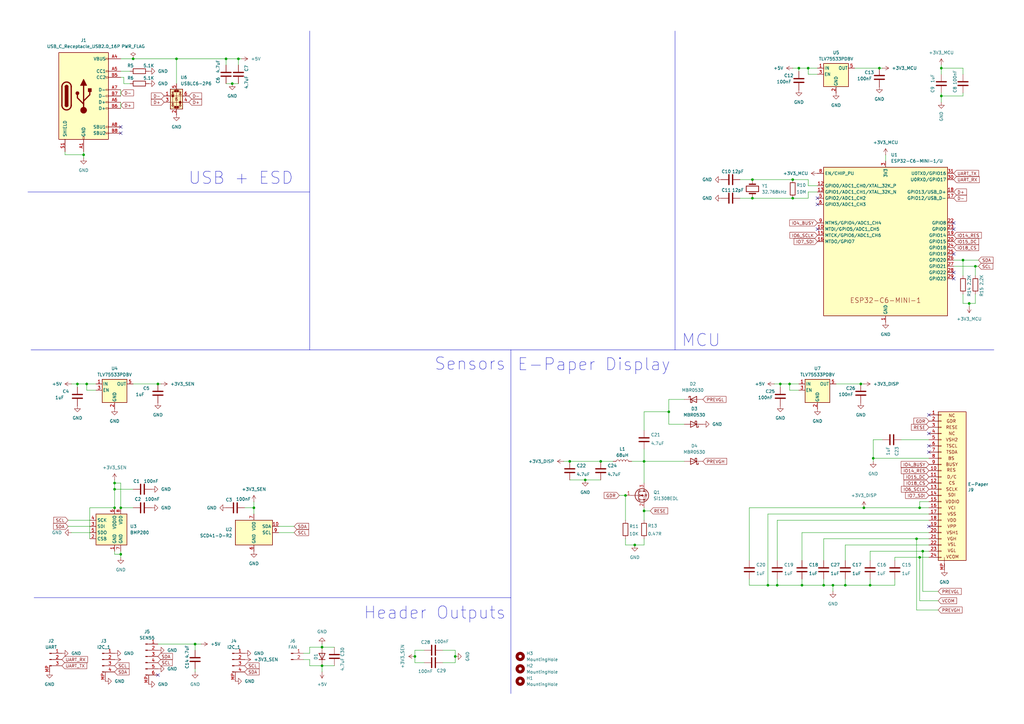
<source format=kicad_sch>
(kicad_sch (version 20231120) (generator "eeschema") (generator_version "8.0")
  (paper "A3")
  (title_block (title "AHAQ-1 - AstroHex Air Quality") (date "2024-12-28") (rev "v1.0"))
  (junction (at 46.99 208.28))
  (junction (at 354.33 208.28))
  (junction (at 256.54 203.2))
  (junction (at 186.69 269.24))
  (junction (at 400.05 109.22))
  (junction (at 331.47 27.94))
  (junction (at 246.38 189.23))
  (junction (at 375.92 220.98))
  (junction (at 72.39 24.13))
  (junction (at 132.08 265.43))
  (junction (at 49.53 208.28))
  (junction (at 233.68 189.23))
  (junction (at 377.19 208.28))
  (junction (at 386.08 39.37))
  (junction (at 325.12 73.66))
  (junction (at 328.93 240.03))
  (junction (at 353.06 157.48))
  (junction (at 92.71 24.13))
  (junction (at 260.35 223.52))
  (junction (at 31.75 157.48))
  (junction (at 104.14 208.28))
  (junction (at 46.99 198.12))
  (junction (at 274.32 168.91))
  (junction (at 394.97 106.68))
  (junction (at 314.96 240.03))
  (junction (at 323.85 157.48))
  (junction (at 320.04 157.48))
  (junction (at 46.99 200.66))
  (junction (at 264.16 209.55))
  (junction (at 264.16 189.23))
  (junction (at 97.79 24.13))
  (junction (at 170.18 269.24))
  (junction (at 346.71 240.03))
  (junction (at 325.12 81.28))
  (junction (at 308.61 73.66))
  (junction (at 356.87 240.03))
  (junction (at 386.08 27.94))
  (junction (at 34.29 63.5))
  (junction (at 80.01 264.16))
  (junction (at 378.46 226.06))
  (junction (at 308.61 81.28))
  (junction (at 337.82 240.03))
  (junction (at 95.25 34.29))
  (junction (at 240.03 196.85))
  (junction (at 35.56 157.48))
  (junction (at 132.08 273.05))
  (junction (at 49.53 227.33))
  (junction (at 327.66 27.94))
  (junction (at 318.77 240.03))
  (junction (at 341.63 240.03))
  (junction (at 397.51 124.46))
  (junction (at 377.19 228.6))
  (junction (at 54.61 24.13))
  (junction (at 64.77 157.48))
  (junction (at 358.14 187.96))
  (junction (at 360.68 27.94))
  (no_connect (at 391.16 104.14))
  (no_connect (at 335.28 81.28))
  (no_connect (at 391.16 93.98))
  (no_connect (at 381 177.8))
  (no_connect (at 381 182.88))
  (no_connect (at 64.77 276.86))
  (no_connect (at 49.53 52.07))
  (no_connect (at 381 185.42))
  (no_connect (at 391.16 114.3))
  (no_connect (at 335.28 93.98))
  (no_connect (at 391.16 111.76))
  (no_connect (at 335.28 83.82))
  (no_connect (at 391.16 91.44))
  (no_connect (at 381 215.9))
  (no_connect (at 381 170.18))
  (no_connect (at 49.53 54.61))
  (wire (pts (xy 394.97 124.46) (xy 397.51 124.46)))
  (polyline (pts (xy 276.86 12.7) (xy 276.86 143.51)))
  (wire (pts (xy 26.67 62.23) (xy 26.67 63.5)))
  (wire (pts (xy 49.53 198.12) (xy 49.53 208.28)))
  (wire (pts (xy 233.68 196.85) (xy 240.03 196.85)))
  (wire (pts (xy 350.52 27.94) (xy 360.68 27.94)))
  (wire (pts (xy 335.28 30.48) (xy 331.47 30.48)))
  (wire (pts (xy 46.99 198.12) (xy 49.53 198.12)))
  (wire (pts (xy 231.14 189.23) (xy 233.68 189.23)))
  (wire (pts (xy 92.71 24.13) (xy 92.71 26.67)))
  (polyline (pts (xy 11.43 78.74) (xy 127 78.74)))
  (wire (pts (xy 356.87 226.06) (xy 356.87 229.87)))
  (wire (pts (xy 384.81 250.19) (xy 375.92 250.19)))
  (wire (pts (xy 264.16 168.91) (xy 274.32 168.91)))
  (wire (pts (xy 46.99 200.66) (xy 46.99 208.28)))
  (wire (pts (xy 328.93 237.49) (xy 328.93 240.03)))
  (wire (pts (xy 127 267.97) (xy 127 265.43)))
  (wire (pts (xy 54.61 24.13) (xy 72.39 24.13)))
  (wire (pts (xy 280.67 189.23) (xy 264.16 189.23)))
  (wire (pts (xy 327.66 160.02) (xy 323.85 160.02)))
  (wire (pts (xy 317.5 157.48) (xy 320.04 157.48)))
  (polyline (pts (xy 127 12.7) (xy 127 78.74)))
  (wire (pts (xy 80.01 264.16) (xy 82.55 264.16)))
  (wire (pts (xy 132.08 273.05) (xy 132.08 275.59)))
  (wire (pts (xy 80.01 264.16) (xy 64.77 264.16)))
  (wire (pts (xy 394.97 106.68) (xy 394.97 113.03)))
  (wire (pts (xy 323.85 160.02) (xy 323.85 157.48)))
  (wire (pts (xy 274.32 163.83) (xy 274.32 168.91)))
  (wire (pts (xy 337.82 220.98) (xy 375.92 220.98)))
  (wire (pts (xy 327.66 29.21) (xy 327.66 27.94)))
  (wire (pts (xy 264.16 209.55) (xy 264.16 213.36)))
  (wire (pts (xy 328.93 218.44) (xy 328.93 229.87)))
  (wire (pts (xy 377.19 228.6) (xy 381 228.6)))
  (wire (pts (xy 381 187.96) (xy 358.14 187.96)))
  (wire (pts (xy 386.08 26.67) (xy 386.08 27.94)))
  (wire (pts (xy 337.82 237.49) (xy 337.82 240.03)))
  (wire (pts (xy 254 203.2) (xy 256.54 203.2)))
  (wire (pts (xy 381 205.74) (xy 377.19 205.74)))
  (wire (pts (xy 246.38 189.23) (xy 251.46 189.23)))
  (wire (pts (xy 314.96 240.03) (xy 318.77 240.03)))
  (wire (pts (xy 280.67 163.83) (xy 274.32 163.83)))
  (wire (pts (xy 378.46 226.06) (xy 356.87 226.06)))
  (wire (pts (xy 318.77 240.03) (xy 328.93 240.03)))
  (wire (pts (xy 331.47 73.66) (xy 331.47 76.2)))
  (wire (pts (xy 331.47 27.94) (xy 335.28 27.94)))
  (wire (pts (xy 346.71 223.52) (xy 346.71 229.87)))
  (wire (pts (xy 314.96 210.82) (xy 314.96 240.03)))
  (polyline (pts (xy 12.7 143.51) (xy 209.55 143.51)))
  (wire (pts (xy 127 270.51) (xy 127 273.05)))
  (wire (pts (xy 186.69 269.24) (xy 186.69 266.7)))
  (wire (pts (xy 307.34 240.03) (xy 314.96 240.03)))
  (wire (pts (xy 124.46 267.97) (xy 127 267.97)))
  (wire (pts (xy 72.39 24.13) (xy 92.71 24.13)))
  (wire (pts (xy 381 208.28) (xy 377.19 208.28)))
  (wire (pts (xy 325.12 27.94) (xy 327.66 27.94)))
  (wire (pts (xy 92.71 34.29) (xy 95.25 34.29)))
  (wire (pts (xy 256.54 220.98) (xy 256.54 223.52)))
  (wire (pts (xy 46.99 227.33) (xy 49.53 227.33)))
  (wire (pts (xy 132.08 265.43) (xy 137.16 265.43)))
  (wire (pts (xy 173.99 266.7) (xy 170.18 266.7)))
  (wire (pts (xy 386.08 41.91) (xy 386.08 39.37)))
  (wire (pts (xy 259.08 189.23) (xy 264.16 189.23)))
  (wire (pts (xy 386.08 27.94) (xy 386.08 30.48)))
  (wire (pts (xy 397.51 124.46) (xy 400.05 124.46)))
  (wire (pts (xy 331.47 78.74) (xy 335.28 78.74)))
  (wire (pts (xy 104.14 208.28) (xy 104.14 210.82)))
  (polyline (pts (xy 13.97 245.11) (xy 209.55 245.11)))
  (wire (pts (xy 80.01 275.59) (xy 80.01 274.32)))
  (wire (pts (xy 394.97 39.37) (xy 394.97 38.1)))
  (wire (pts (xy 46.99 226.06) (xy 46.99 227.33)))
  (wire (pts (xy 378.46 242.57) (xy 378.46 226.06)))
  (wire (pts (xy 97.79 24.13) (xy 99.06 24.13)))
  (wire (pts (xy 50.8 34.29) (xy 50.8 31.75)))
  (wire (pts (xy 394.97 120.65) (xy 394.97 124.46)))
  (wire (pts (xy 46.99 198.12) (xy 46.99 200.66)))
  (wire (pts (xy 400.05 124.46) (xy 400.05 120.65)))
  (wire (pts (xy 49.53 24.13) (xy 54.61 24.13)))
  (wire (pts (xy 127 273.05) (xy 132.08 273.05)))
  (wire (pts (xy 256.54 203.2) (xy 256.54 213.36)))
  (wire (pts (xy 331.47 76.2) (xy 335.28 76.2)))
  (wire (pts (xy 46.99 196.85) (xy 46.99 198.12)))
  (wire (pts (xy 337.82 229.87) (xy 337.82 220.98)))
  (wire (pts (xy 274.32 173.99) (xy 280.67 173.99)))
  (wire (pts (xy 394.97 39.37) (xy 386.08 39.37)))
  (wire (pts (xy 29.21 218.44) (xy 36.83 218.44)))
  (wire (pts (xy 170.18 271.78) (xy 173.99 271.78)))
  (wire (pts (xy 49.53 208.28) (xy 54.61 208.28)))
  (wire (pts (xy 27.94 213.36) (xy 36.83 213.36)))
  (wire (pts (xy 95.25 34.29) (xy 97.79 34.29)))
  (wire (pts (xy 50.8 31.75) (xy 49.53 31.75)))
  (wire (pts (xy 49.53 227.33) (xy 49.53 226.06)))
  (wire (pts (xy 66.04 157.48) (xy 64.77 157.48)))
  (wire (pts (xy 363.22 66.04) (xy 363.22 63.5)))
  (wire (pts (xy 54.61 157.48) (xy 64.77 157.48)))
  (wire (pts (xy 328.93 240.03) (xy 337.82 240.03)))
  (wire (pts (xy 314.96 210.82) (xy 381 210.82)))
  (wire (pts (xy 369.57 180.34) (xy 381 180.34)))
  (wire (pts (xy 401.32 109.22) (xy 400.05 109.22)))
  (wire (pts (xy 264.16 189.23) (xy 264.16 198.12)))
  (wire (pts (xy 375.92 250.19) (xy 375.92 220.98)))
  (wire (pts (xy 127 265.43) (xy 132.08 265.43)))
  (wire (pts (xy 400.05 109.22) (xy 400.05 113.03)))
  (wire (pts (xy 358.14 180.34) (xy 358.14 187.96)))
  (wire (pts (xy 307.34 208.28) (xy 354.33 208.28)))
  (wire (pts (xy 341.63 242.57) (xy 341.63 240.03)))
  (wire (pts (xy 394.97 30.48) (xy 394.97 27.94)))
  (wire (pts (xy 36.83 208.28) (xy 46.99 208.28)))
  (wire (pts (xy 260.35 223.52) (xy 264.16 223.52)))
  (wire (pts (xy 264.16 220.98) (xy 264.16 223.52)))
  (wire (pts (xy 354.33 157.48) (xy 353.06 157.48)))
  (wire (pts (xy 342.9 157.48) (xy 353.06 157.48)))
  (wire (pts (xy 264.16 176.53) (xy 264.16 168.91)))
  (polyline (pts (xy 127 78.74) (xy 127 143.51)))
  (wire (pts (xy 132.08 273.05) (xy 137.16 273.05)))
  (wire (pts (xy 72.39 34.29) (xy 72.39 24.13)))
  (wire (pts (xy 377.19 246.38) (xy 377.19 228.6)))
  (wire (pts (xy 233.68 189.23) (xy 246.38 189.23)))
  (polyline (pts (xy 407.67 143.51) (xy 209.55 143.51)))
  (wire (pts (xy 49.53 41.91) (xy 49.53 44.45)))
  (wire (pts (xy 264.16 189.23) (xy 264.16 184.15)))
  (wire (pts (xy 39.37 160.02) (xy 35.56 160.02)))
  (wire (pts (xy 323.85 157.48) (xy 327.66 157.48)))
  (wire (pts (xy 49.53 29.21) (xy 53.34 29.21)))
  (wire (pts (xy 318.77 213.36) (xy 381 213.36)))
  (wire (pts (xy 80.01 264.16) (xy 80.01 266.7)))
  (wire (pts (xy 29.21 157.48) (xy 31.75 157.48)))
  (wire (pts (xy 34.29 62.23) (xy 34.29 63.5)))
  (wire (pts (xy 381 223.52) (xy 346.71 223.52)))
  (polyline (pts (xy 209.55 143.51) (xy 209.55 284.48)))
  (wire (pts (xy 186.69 266.7) (xy 181.61 266.7)))
  (wire (pts (xy 331.47 30.48) (xy 331.47 27.94)))
  (wire (pts (xy 54.61 200.66) (xy 46.99 200.66)))
  (wire (pts (xy 356.87 240.03) (xy 346.71 240.03)))
  (wire (pts (xy 318.77 213.36) (xy 318.77 229.87)))
  (wire (pts (xy 264.16 209.55) (xy 266.7 209.55)))
  (wire (pts (xy 394.97 27.94) (xy 386.08 27.94)))
  (wire (pts (xy 264.16 208.28) (xy 264.16 209.55)))
  (wire (pts (xy 49.53 36.83) (xy 49.53 39.37)))
  (wire (pts (xy 375.92 220.98) (xy 381 220.98)))
  (wire (pts (xy 240.03 196.85) (xy 246.38 196.85)))
  (wire (pts (xy 114.3 215.9) (xy 120.65 215.9)))
  (wire (pts (xy 384.81 242.57) (xy 378.46 242.57)))
  (wire (pts (xy 303.53 73.66) (xy 308.61 73.66)))
  (wire (pts (xy 367.03 228.6) (xy 377.19 228.6)))
  (wire (pts (xy 170.18 266.7) (xy 170.18 269.24)))
  (wire (pts (xy 36.83 208.28) (xy 36.83 220.98)))
  (wire (pts (xy 386.08 38.1) (xy 386.08 39.37)))
  (wire (pts (xy 367.03 237.49) (xy 367.03 240.03)))
  (wire (pts (xy 327.66 27.94) (xy 331.47 27.94)))
  (wire (pts (xy 328.93 218.44) (xy 381 218.44)))
  (wire (pts (xy 124.46 270.51) (xy 127 270.51)))
  (wire (pts (xy 358.14 187.96) (xy 358.14 189.23)))
  (wire (pts (xy 356.87 237.49) (xy 356.87 240.03)))
  (wire (pts (xy 361.95 180.34) (xy 358.14 180.34)))
  (wire (pts (xy 400.05 109.22) (xy 391.16 109.22)))
  (wire (pts (xy 318.77 237.49) (xy 318.77 240.03)))
  (wire (pts (xy 132.08 264.16) (xy 132.08 265.43)))
  (wire (pts (xy 367.03 228.6) (xy 367.03 229.87)))
  (wire (pts (xy 401.32 106.68) (xy 394.97 106.68)))
  (wire (pts (xy 361.95 27.94) (xy 360.68 27.94)))
  (wire (pts (xy 53.34 34.29) (xy 50.8 34.29)))
  (wire (pts (xy 346.71 240.03) (xy 341.63 240.03)))
  (wire (pts (xy 303.53 81.28) (xy 308.61 81.28)))
  (wire (pts (xy 49.53 227.33) (xy 49.53 228.6)))
  (wire (pts (xy 377.19 205.74) (xy 377.19 208.28)))
  (wire (pts (xy 367.03 240.03) (xy 356.87 240.03)))
  (wire (pts (xy 27.94 215.9) (xy 36.83 215.9)))
  (wire (pts (xy 35.56 157.48) (xy 39.37 157.48)))
  (wire (pts (xy 337.82 240.03) (xy 341.63 240.03)))
  (wire (pts (xy 331.47 78.74) (xy 331.47 81.28)))
  (wire (pts (xy 307.34 208.28) (xy 307.34 229.87)))
  (wire (pts (xy 308.61 81.28) (xy 325.12 81.28)))
  (wire (pts (xy 35.56 160.02) (xy 35.56 157.48)))
  (wire (pts (xy 181.61 271.78) (xy 186.69 271.78)))
  (wire (pts (xy 307.34 237.49) (xy 307.34 240.03)))
  (wire (pts (xy 274.32 168.91) (xy 274.32 173.99)))
  (wire (pts (xy 97.79 24.13) (xy 97.79 26.67)))
  (wire (pts (xy 320.04 158.75) (xy 320.04 157.48)))
  (wire (pts (xy 31.75 158.75) (xy 31.75 157.48)))
  (wire (pts (xy 92.71 24.13) (xy 97.79 24.13)))
  (wire (pts (xy 104.14 205.74) (xy 104.14 208.28)))
  (wire (pts (xy 100.33 208.28) (xy 104.14 208.28)))
  (wire (pts (xy 170.18 269.24) (xy 170.18 271.78)))
  (wire (pts (xy 308.61 73.66) (xy 325.12 73.66)))
  (wire (pts (xy 114.3 218.44) (xy 120.65 218.44)))
  (wire (pts (xy 397.51 125.73) (xy 397.51 124.46)))
  (wire (pts (xy 26.67 63.5) (xy 34.29 63.5)))
  (wire (pts (xy 186.69 269.24) (xy 186.69 271.78)))
  (wire (pts (xy 394.97 106.68) (xy 391.16 106.68)))
  (wire (pts (xy 331.47 81.28) (xy 325.12 81.28)))
  (wire (pts (xy 320.04 157.48) (xy 323.85 157.48)))
  (wire (pts (xy 377.19 208.28) (xy 354.33 208.28)))
  (wire (pts (xy 34.29 63.5) (xy 34.29 64.77)))
  (wire (pts (xy 325.12 73.66) (xy 331.47 73.66)))
  (wire (pts (xy 384.81 246.38) (xy 377.19 246.38)))
  (wire (pts (xy 256.54 223.52) (xy 260.35 223.52)))
  (wire (pts (xy 346.71 237.49) (xy 346.71 240.03)))
  (wire (pts (xy 31.75 157.48) (xy 35.56 157.48)))
  (wire (pts (xy 378.46 226.06) (xy 381 226.06)))
  (text "Header Outputs" (at 178.308 251.46 0) (effects (font (size 5 5))))
  (text "USB + ESD" (at 98.806 73.152 0) (effects (font (size 5 5))))
  (text "E-Paper Display" (at 243.586 149.606 0) (effects (font (size 5 5))))
  (text "Sensors" (at 192.786 149.352 0) (effects (font (size 5 5))))
  (text "MCU" (at 287.528 139.7 0) (effects (font (size 5 5))))
  (global_label "PREVGH" (shape input) (at 288.29 189.23 0) (property "Intersheetrefs" "${INTERSHEET_REFS}" (effects (hide yes))))
  (global_label "D+" (shape input) (at 391.16 78.74 0) (property "Intersheetrefs" "${INTERSHEET_REFS}" (effects (hide yes))))
  (global_label "IO6_SCLK" (shape input) (at 335.28 96.52 180) (property "Intersheetrefs" "${INTERSHEET_REFS}" (effects (hide yes))))
  (global_label "SCL" (shape input) (at 27.94 213.36 180) (property "Intersheetrefs" "${INTERSHEET_REFS}" (effects (hide yes))))
  (global_label "UART_RX" (shape input) (at 391.16 73.66 0) (property "Intersheetrefs" "${INTERSHEET_REFS}" (effects (hide yes))))
  (global_label "IO6_SCLK" (shape input) (at 381 200.66 180) (property "Intersheetrefs" "${INTERSHEET_REFS}" (effects (hide yes))))
  (global_label "D-" (shape input) (at 67.31 39.37 180) (property "Intersheetrefs" "${INTERSHEET_REFS}" (effects (hide yes))))
  (global_label "IO4_BUSY" (shape input) (at 335.28 91.44 180) (property "Intersheetrefs" "${INTERSHEET_REFS}" (effects (hide yes))))
  (global_label "D-" (shape input) (at 391.16 81.28 0) (property "Intersheetrefs" "${INTERSHEET_REFS}" (effects (hide yes))))
  (global_label "SDA" (shape input) (at 100.33 275.59 0) (property "Intersheetrefs" "${INTERSHEET_REFS}" (effects (hide yes))))
  (global_label "GDR" (shape input) (at 254 203.2 180) (property "Intersheetrefs" "${INTERSHEET_REFS}" (effects (hide yes))))
  (global_label "IO14_RES" (shape input) (at 391.16 96.52 0) (property "Intersheetrefs" "${INTERSHEET_REFS}" (effects (hide yes))))
  (global_label "SCL" (shape input) (at 120.65 218.44 0) (property "Intersheetrefs" "${INTERSHEET_REFS}" (effects (hide yes))))
  (global_label "IO7_SDI" (shape input) (at 381 203.2 180) (property "Intersheetrefs" "${INTERSHEET_REFS}" (effects (hide yes))))
  (global_label "RESE" (shape input) (at 266.7 209.55 0) (property "Intersheetrefs" "${INTERSHEET_REFS}" (effects (hide yes))))
  (global_label "SDA" (shape input) (at 401.32 106.68 0) (property "Intersheetrefs" "${INTERSHEET_REFS}" (effects (hide yes))))
  (global_label "D+" (shape input) (at 67.31 41.91 180) (property "Intersheetrefs" "${INTERSHEET_REFS}" (effects (hide yes))))
  (global_label "D-" (shape input) (at 77.47 39.37 0) (property "Intersheetrefs" "${INTERSHEET_REFS}" (effects (hide yes))))
  (global_label "RESE" (shape input) (at 381 175.26 180) (property "Intersheetrefs" "${INTERSHEET_REFS}" (effects (hide yes))))
  (global_label "D-" (shape input) (at 49.53 38.1 0) (property "Intersheetrefs" "${INTERSHEET_REFS}" (effects (hide yes))))
  (global_label "SDA" (shape input) (at 27.94 215.9 180) (property "Intersheetrefs" "${INTERSHEET_REFS}" (effects (hide yes))))
  (global_label "SCL" (shape input) (at 64.77 271.78 0) (property "Intersheetrefs" "${INTERSHEET_REFS}" (effects (hide yes))))
  (global_label "PREVGH" (shape input) (at 384.81 250.19 0) (property "Intersheetrefs" "${INTERSHEET_REFS}" (effects (hide yes))))
  (global_label "SDA" (shape input) (at 120.65 215.9 0) (property "Intersheetrefs" "${INTERSHEET_REFS}" (effects (hide yes))))
  (global_label "VCOM" (shape input) (at 384.81 246.38 0) (property "Intersheetrefs" "${INTERSHEET_REFS}" (effects (hide yes))))
  (global_label "SDA" (shape input) (at 64.77 269.24 0) (property "Intersheetrefs" "${INTERSHEET_REFS}" (effects (hide yes))))
  (global_label "UART_TX" (shape input) (at 391.16 71.12 0) (property "Intersheetrefs" "${INTERSHEET_REFS}" (effects (hide yes))))
  (global_label "UART_TX" (shape input) (at 25.4 273.05 0) (property "Intersheetrefs" "${INTERSHEET_REFS}" (effects (hide yes))))
  (global_label "SCL" (shape input) (at 100.33 273.05 0) (property "Intersheetrefs" "${INTERSHEET_REFS}" (effects (hide yes))))
  (global_label "SCL" (shape input) (at 46.99 273.05 0) (property "Intersheetrefs" "${INTERSHEET_REFS}" (effects (hide yes))))
  (global_label "D+" (shape input) (at 49.53 43.18 0) (property "Intersheetrefs" "${INTERSHEET_REFS}" (effects (hide yes))))
  (global_label "IO4_BUSY" (shape input) (at 381 190.5 180) (property "Intersheetrefs" "${INTERSHEET_REFS}" (effects (hide yes))))
  (global_label "IO15_DC" (shape input) (at 391.16 99.06 0) (property "Intersheetrefs" "${INTERSHEET_REFS}" (effects (hide yes))))
  (global_label "IO15_DC" (shape input) (at 381 195.58 180) (property "Intersheetrefs" "${INTERSHEET_REFS}" (effects (hide yes))))
  (global_label "D+" (shape input) (at 77.47 41.91 0) (property "Intersheetrefs" "${INTERSHEET_REFS}" (effects (hide yes))))
  (global_label "IO18_CS" (shape input) (at 391.16 101.6 0) (property "Intersheetrefs" "${INTERSHEET_REFS}" (effects (hide yes))))
  (global_label "PREVGL" (shape input) (at 288.29 163.83 0) (property "Intersheetrefs" "${INTERSHEET_REFS}" (effects (hide yes))))
  (global_label "GDR" (shape input) (at 381 172.72 180) (property "Intersheetrefs" "${INTERSHEET_REFS}" (effects (hide yes))))
  (global_label "IO7_SDI" (shape input) (at 335.28 99.06 180) (property "Intersheetrefs" "${INTERSHEET_REFS}" (effects (hide yes))))
  (global_label "UART_RX" (shape input) (at 25.4 270.51 0) (property "Intersheetrefs" "${INTERSHEET_REFS}" (effects (hide yes))))
  (global_label "IO14_RES" (shape input) (at 381 193.04 180) (property "Intersheetrefs" "${INTERSHEET_REFS}" (effects (hide yes))))
  (global_label "SDA" (shape input) (at 46.99 275.59 0) (property "Intersheetrefs" "${INTERSHEET_REFS}" (effects (hide yes))))
  (global_label "SCL" (shape input) (at 401.32 109.22 0) (property "Intersheetrefs" "${INTERSHEET_REFS}" (effects (hide yes))))
  (global_label "IO18_CS" (shape input) (at 381 198.12 180) (property "Intersheetrefs" "${INTERSHEET_REFS}" (effects (hide yes))))
  (global_label "PREVGL" (shape input) (at 384.81 242.57 0) (property "Intersheetrefs" "${INTERSHEET_REFS}" (effects (hide yes))))
  (symbol (lib_id "power:+3V3") (at 132.08 275.59 180) (unit 1)
    (property "Reference" "#PWR020" (effects (hide yes)))
    (property "Value" "+5V" (at 132.08 280.67 0))
    (property "Description" "Power symbol creates a global label with name \"+3V3\"" (effects (hide yes)))
  )
  (symbol (lib_id "Device:Crystal") (at 308.61 77.47 90) (unit 1)
    (property "Reference" "Y1" (at 312.42 76.1999 90) (effects (justify right)))
    (property "Value" "32.768kHz" (at 312.42 78.7399 90) (effects (justify right)))
    (property "Footprint" "Crystal:Crystal_SMD_3215-2Pin_3.2x1.5mm" (effects (hide yes)))
    (property "Description" "Two pin crystal" (effects (hide yes)))
  )
  (symbol (lib_id "Connector:Conn_01x02_Pin") (at 119.38 267.97 0) (unit 1)
    (property "Reference" "J6" (at 120.015 262.89 0))
    (property "Value" "FAN" (at 120.015 265.43 0))
    (property "Footprint" "Connector_JST:JST_PH_B2B-PH-K_1x02_P2.00mm_Vertical" (effects (hide yes)))
    (property "Description" "Generic connector, single row, 01x02, script generated" (effects (hide yes)))
  )
  (symbol (lib_id "Sensor_Pressure:BMP280") (at 46.99 218.44 0) (unit 1)
    (property "Reference" "U3" (at 53.34 215.8999 0) (effects (justify left)))
    (property "Value" "BMP280" (at 53.34 218.4399 0) (effects (justify left)))
    (property "Footprint" "Package_LGA:Bosch_LGA-8_2x2.5mm_P0.65mm_ClockwisePinNumbering" (effects (hide yes)))
    (property "Datasheet" "https://ae-bst.resource.bosch.com/media/_tech/media/datasheets/BST-BMP280-DS001.pdf" (effects (hide yes)))
    (property "Description" "Absolute Barometric Pressure Sensor, LGA-8" (effects (hide yes)))
  )
  (symbol (lib_id "power:GND") (at 387.35 233.68 0) (unit 1)
    (property "Reference" "#PWR065" (effects (hide yes)))
    (property "Value" "GND" (at 387.35 238.76 0))
    (property "Description" "Power symbol creates a global label with name \"GND\" , ground" (effects (hide yes)))
  )
  (symbol (lib_id "Device:R") (at 256.54 217.17 0) (unit 1)
    (property "Reference" "R11" (at 258.064 215.9 0) (effects (justify left)))
    (property "Value" "10K" (at 258.064 218.948 0) (effects (justify left)))
    (property "Footprint" "Resistor_SMD:R_0603_1608Metric" (effects (hide yes)))
    (property "Description" "Resistor" (effects (hide yes)))
  )
  (symbol (lib_id "Device:C") (at 367.03 233.68 0) (unit 1)
    (property "Reference" "C15" (at 369.824 231.648 0) (effects (justify left)))
    (property "Value" "1uF" (at 369.824 235.204 0) (effects (justify left)))
    (property "Footprint" "Capacitor_SMD:C_0603_1608Metric" (effects (hide yes)))
    (property "Description" "Unpolarized capacitor" (effects (hide yes)))
  )
  (symbol (lib_id "Device:C") (at 318.77 233.68 0) (unit 1)
    (property "Reference" "C19" (at 321.564 231.648 0) (effects (justify left)))
    (property "Value" "1uF" (at 321.564 235.204 0) (effects (justify left)))
    (property "Footprint" "Capacitor_SMD:C_0603_1608Metric" (effects (hide yes)))
    (property "Description" "Unpolarized capacitor" (effects (hide yes)))
  )
  (symbol (lib_id "power:GND") (at 132.08 264.16 180) (unit 1)
    (property "Reference" "#PWR018" (effects (hide yes)))
    (property "Value" "GND" (at 132.08 259.08 0))
    (property "Description" "Power symbol creates a global label with name \"GND\" , ground" (effects (hide yes)))
  )
  (symbol (lib_id "Transistor_FET:Si1308EDL") (at 261.62 203.2 0) (unit 1)
    (property "Reference" "Q1" (at 267.97 201.9299 0) (effects (justify left)))
    (property "Value" "Si1308EDL" (at 267.97 204.4699 0) (effects (justify left)))
    (property "Footprint" "Package_TO_SOT_SMD:SOT-323_SC-70" (effects (hide yes)))
    (property "Datasheet" "https://www.vishay.com/docs/63399/si1308edl.pdf" (effects (hide yes)))
    (property "Description" "30V Vds, 1.4A Id, N-Channel MOSFET, SC-70" (effects (hide yes)))
  )
  (symbol (lib_id "Device:C") (at 327.66 33.02 0) (unit 1)
    (property "Reference" "C12" (at 321.564 30.988 0) (effects (justify left)))
    (property "Value" "100nF" (at 318.516 33.528 0) (effects (justify left)))
    (property "Footprint" "Capacitor_SMD:C_0603_1608Metric" (effects (hide yes)))
    (property "Description" "Unpolarized capacitor" (effects (hide yes)))
  )
  (symbol (lib_id "Device:C") (at 394.97 34.29 0) (unit 1)
    (property "Reference" "C8" (at 391.668 38.1 90) (effects (justify left)))
    (property "Value" "100nF" (at 391.668 34.798 90) (effects (justify left)))
    (property "Footprint" "Capacitor_SMD:C_0603_1608Metric" (effects (hide yes)))
    (property "Description" "Unpolarized capacitor" (effects (hide yes)))
  )
  (symbol (lib_id "power:GND") (at 64.77 165.1 0) (unit 1)
    (property "Reference" "#PWR010" (effects (hide yes)))
    (property "Value" "GND" (at 64.77 170.18 0))
    (property "Description" "Power symbol creates a global label with name \"GND\" , ground" (effects (hide yes)))
  )
  (symbol (lib_id "Device:C") (at 96.52 208.28 270) (unit 1)
    (property "Reference" "C3" (at 95.25 204.978 90) (effects (justify right)))
    (property "Value" "100nF" (at 102.87 204.724 90) (effects (justify right)))
    (property "Footprint" "Capacitor_SMD:C_0603_1608Metric" (effects (hide yes)))
    (property "Description" "Unpolarized capacitor" (effects (hide yes)))
  )
  (symbol (lib_id "power:GND") (at 288.29 173.99 90) (unit 1)
    (property "Reference" "#PWR038" (effects (hide yes)))
    (property "Value" "GND" (at 292.1 173.9899 90) (effects (justify right)))
    (property "Description" "Power symbol creates a global label with name \"GND\" , ground" (effects (hide yes)))
  )
  (symbol (lib_id "Mechanical:MountingHole") (at 213.36 274.32 0) (unit 1) (exclude_from_sim yes) (in_bom no)
    (property "Reference" "H2" (at 215.9 273.0499 0) (effects (justify left)))
    (property "Value" "MountingHole" (at 215.9 275.5899 0) (effects (justify left)))
    (property "Footprint" "MountingHole:MountingHole_2.2mm_M2_ISO7380" (effects (hide yes)))
    (property "Description" "Mounting Hole without connection" (effects (hide yes)))
  )
  (symbol (lib_id "power:GND") (at 60.96 29.21 90) (unit 1)
    (property "Reference" "#PWR015" (effects (hide yes)))
    (property "Value" "GND" (at 64.77 29.2099 90) (effects (justify right)))
    (property "Description" "Power symbol creates a global label with name \"GND\" , ground" (effects (hide yes)))
  )
  (symbol (lib_id "power:GND") (at 62.23 200.66 90) (unit 1)
    (property "Reference" "#PWR012" (effects (hide yes)))
    (property "Value" "GND" (at 66.04 200.6599 90) (effects (justify right)))
    (property "Description" "Power symbol creates a global label with name \"GND\" , ground" (effects (hide yes)))
  )
  (symbol (lib_id "power:PWR_FLAG") (at 54.61 24.13 0) (unit 1)
    (property "Reference" "#FLG01" (effects (hide yes)))
    (property "Value" "PWR_FLAG" (at 54.61 19.05 0))
    (property "Description" "Special symbol for telling ERC where power comes from" (effects (hide yes)))
  )
  (symbol (lib_id "power:GND") (at 341.63 242.57 0) (unit 1)
    (property "Reference" "#PWR039" (effects (hide yes)))
    (property "Value" "GND" (at 341.63 247.65 0))
    (property "Description" "Power symbol creates a global label with name \"GND\" , ground" (effects (hide yes)))
  )
  (symbol (lib_id "power:GND") (at 60.96 34.29 90) (unit 1)
    (property "Reference" "#PWR016" (effects (hide yes)))
    (property "Value" "GND" (at 64.77 34.2899 90) (effects (justify right)))
    (property "Description" "Power symbol creates a global label with name \"GND\" , ground" (effects (hide yes)))
  )
  (symbol (lib_id "power:+3V3") (at 354.33 208.28 0) (unit 1)
    (property "Reference" "#PWR051" (effects (hide yes)))
    (property "Value" "+3V3_DISP" (at 354.33 203.2 0))
    (property "Description" "Power symbol creates a global label with name \"+3V3\"" (effects (hide yes)))
  )
  (symbol (lib_id "Device:C") (at 233.68 193.04 0) (unit 1)
    (property "Reference" "C22" (at 236.474 191.008 0) (effects (justify left)))
    (property "Value" "4.7uF" (at 236.474 194.564 0) (effects (justify left)))
    (property "Footprint" "Capacitor_SMD:C_0805_2012Metric" (effects (hide yes)))
    (property "Description" "Unpolarized capacitor" (effects (hide yes)))
  )
  (symbol (lib_id "power:+3V3") (at 335.28 71.12 90) (unit 1)
    (property "Reference" "#PWR035" (effects (hide yes)))
    (property "Value" "+3V3_MCU" (at 331.47 71.1199 90) (effects (justify left)))
    (property "Description" "Power symbol creates a global label with name \"+3V3\"" (effects (hide yes)))
  )
  (symbol (lib_id "power:GND") (at 29.21 218.44 270) (unit 1)
    (property "Reference" "#PWR05" (effects (hide yes)))
    (property "Value" "GND" (at 25.4 218.4399 90) (effects (justify right)))
    (property "Description" "Power symbol creates a global label with name \"GND\" , ground" (effects (hide yes)))
  )
  (symbol (lib_id "power:+3V3") (at 363.22 63.5 0) (unit 1)
    (property "Reference" "#PWR046" (effects (hide yes)))
    (property "Value" "+3V3_MCU" (at 363.22 58.42 0))
    (property "Description" "Power symbol creates a global label with name \"+3V3\"" (effects (hide yes)))
  )
  (symbol (lib_id "power:GND") (at 104.14 226.06 0) (unit 1)
    (property "Reference" "#PWR02" (effects (hide yes)))
    (property "Value" "GND" (at 104.14 231.14 0))
    (property "Description" "Power symbol creates a global label with name \"GND\" , ground" (effects (hide yes)))
  )
  (symbol (lib_id "Device:R") (at 264.16 217.17 0) (unit 1)
    (property "Reference" "R13" (at 265.684 215.646 0) (effects (justify left)))
    (property "Value" "0.47R" (at 265.684 218.948 0) (effects (justify left)))
    (property "Footprint" "Resistor_SMD:R_0805_2012Metric" (effects (hide yes)))
    (property "Description" "Resistor" (effects (hide yes)))
  )
  (symbol (lib_id "Diode:MBR0530") (at 284.48 163.83 0) (unit 1)
    (property "Reference" "D2" (at 284.1625 157.48 0))
    (property "Value" "MBR0530" (at 284.1625 160.02 0))
    (property "Footprint" "Diode_SMD:D_SOD-123" (effects (hide yes)))
    (property "Datasheet" "http://www.mccsemi.com/up_pdf/MBR0520~MBR0580(SOD123).pdf" (effects (hide yes)))
    (property "Description" "30V 0.5A Schottky Power Rectifier Diode, SOD-123" (effects (hide yes)))
  )
  (symbol (lib_id "Device:C") (at 92.71 30.48 0) (unit 1)
    (property "Reference" "C6" (at 89.408 34.29 90) (effects (justify left)))
    (property "Value" "4.7uF" (at 89.408 29.972 90) (effects (justify left)))
    (property "Footprint" "Capacitor_SMD:C_0805_2012Metric" (effects (hide yes)))
    (property "Description" "Unpolarized capacitor" (effects (hide yes)))
  )
  (symbol (lib_id "power:+3V3") (at 397.51 125.73 180) (unit 1)
    (property "Reference" "#PWR071" (effects (hide yes)))
    (property "Value" "+3V3_MCU" (at 397.51 130.81 0))
    (property "Description" "Power symbol creates a global label with name \"+3V3\"" (effects (hide yes)))
  )
  (symbol (lib_id "Diode:MBR0530") (at 284.48 173.99 180) (unit 1)
    (property "Reference" "D3" (at 284.7975 167.64 0))
    (property "Value" "MBR0530" (at 284.7975 170.18 0))
    (property "Footprint" "Diode_SMD:D_SOD-123" (effects (hide yes)))
    (property "Datasheet" "http://www.mccsemi.com/up_pdf/MBR0520~MBR0580(SOD123).pdf" (effects (hide yes)))
    (property "Description" "30V 0.5A Schottky Power Rectifier Diode, SOD-123" (effects (hide yes)))
  )
  (symbol (lib_id "power:GND") (at 327.66 36.83 0) (unit 1)
    (property "Reference" "#PWR032" (effects (hide yes)))
    (property "Value" "GND" (at 327.66 41.91 0))
    (property "Description" "Power symbol creates a global label with name \"GND\" , ground" (effects (hide yes)))
  )
  (symbol (lib_id "power:+3V3") (at 66.04 157.48 270) (unit 1)
    (property "Reference" "#PWR053" (effects (hide yes)))
    (property "Value" "+3V3_SEN" (at 69.85 157.4799 90) (effects (justify left)))
    (property "Description" "Power symbol creates a global label with name \"+3V3\"" (effects (hide yes)))
  )
  (symbol (lib_id "Device:C") (at 137.16 269.24 180) (unit 1)
    (property "Reference" "C30" (at 140.462 265.43 90) (effects (justify left)))
    (property "Value" "4.7uF" (at 140.462 269.748 90) (effects (justify left)))
    (property "Footprint" "Capacitor_SMD:C_0805_2012Metric" (effects (hide yes)))
    (property "Description" "Unpolarized capacitor" (effects (hide yes)))
  )
  (symbol (lib_id "power:GND") (at 20.32 275.59 0) (unit 1)
    (property "Reference" "#PWR066" (effects (hide yes)))
    (property "Value" "GND" (at 20.32 280.67 0))
    (property "Description" "Power symbol creates a global label with name \"GND\" , ground" (effects (hide yes)))
  )
  (symbol (lib_id "Diode:MBR0530") (at 284.48 189.23 180) (unit 1)
    (property "Reference" "D4" (at 284.7975 182.88 0))
    (property "Value" "MBR0530" (at 284.7975 185.42 0))
    (property "Footprint" "Diode_SMD:D_SOD-123" (effects (hide yes)))
    (property "Datasheet" "http://www.mccsemi.com/up_pdf/MBR0520~MBR0580(SOD123).pdf" (effects (hide yes)))
    (property "Description" "30V 0.5A Schottky Power Rectifier Diode, SOD-123" (effects (hide yes)))
  )
  (symbol (lib_id "power:GND") (at 358.14 189.23 0) (unit 1)
    (property "Reference" "#PWR041" (effects (hide yes)))
    (property "Value" "GND" (at 358.14 194.31 0))
    (property "Description" "Power symbol creates a global label with name \"GND\" , ground" (effects (hide yes)))
  )
  (symbol (lib_id "Power_Protection:USBLC6-2P6") (at 72.39 39.37 0) (unit 1)
    (property "Reference" "U6" (at 74.0411 31.75 0) (effects (justify left)))
    (property "Value" "USBLC6-2P6" (at 74.0411 34.29 0) (effects (justify left)))
    (property "Footprint" "Package_TO_SOT_SMD:SOT-666" (effects (hide yes)))
    (property "Datasheet" "https://www.st.com/resource/en/datasheet/usblc6-2.pdf" (effects (hide yes)))
    (property "Description" "Very low capacitance ESD protection diode, 2 data-line, SOT-666" (effects (hide yes)))
  )
  (symbol (lib_id "Device:L") (at 255.27 189.23 90) (unit 1)
    (property "Reference" "L1" (at 255.27 184.15 90))
    (property "Value" "68uH" (at 255.27 186.69 90))
    (property "Footprint" "Inductor_SMD:L_0805_2012Metric" (effects (hide yes)))
    (property "Description" "Inductor" (effects (hide yes)))
  )
  (symbol (lib_id "power:GND") (at 49.53 228.6 0) (unit 1)
    (property "Reference" "#PWR04" (effects (hide yes)))
    (property "Value" "GND" (at 49.53 233.68 0))
    (property "Description" "Power symbol creates a global label with name \"GND\" , ground" (effects (hide yes)))
  )
  (symbol (lib_id "Device:C") (at 64.77 161.29 0) (unit 1)
    (property "Reference" "C5" (at 58.674 159.258 0) (effects (justify left)))
    (property "Value" "1uF" (at 55.626 161.798 0) (effects (justify left)))
    (property "Footprint" "Capacitor_SMD:C_0603_1608Metric" (effects (hide yes)))
    (property "Description" "Unpolarized capacitor" (effects (hide yes)))
  )
  (symbol (lib_id "Regulator_Linear:TLV75533PDBV") (at 342.9 30.48 0) (unit 1)
    (property "Reference" "U5" (at 342.9 21.59 0))
    (property "Value" "TLV75533PDBV" (at 342.9 24.13 0))
    (property "Footprint" "Package_TO_SOT_SMD:SOT-23-5" (effects (hide yes)))
    (property "Datasheet" "http://www.ti.com/lit/ds/symlink/tlv755p.pdf" (effects (hide yes)))
    (property "Description" "500mA Low Dropout Voltage Regulator, Fixed Output 3.3V, SOT-23-5" (effects (hide yes)))
  )
  (symbol (lib_id "power:GND") (at 34.29 64.77 0) (unit 1)
    (property "Reference" "#PWR017" (effects (hide yes)))
    (property "Value" "GND" (at 34.29 69.85 0))
    (property "Description" "Power symbol creates a global label with name \"GND\" , ground" (effects (hide yes)))
  )
  (symbol (lib_id "power:GND") (at 353.06 165.1 0) (unit 1)
    (property "Reference" "#PWR049" (effects (hide yes)))
    (property "Value" "GND" (at 353.06 170.18 0))
    (property "Description" "Power symbol creates a global label with name \"GND\" , ground" (effects (hide yes)))
  )
  (symbol (lib_id "power:GND") (at 43.18 279.4 90) (unit 1)
    (property "Reference" "#PWR03" (effects (hide yes)))
    (property "Value" "GND" (at 46.99 279.3999 90) (effects (justify right)))
    (property "Description" "Power symbol creates a global label with name \"GND\" , ground" (effects (hide yes)))
  )
  (symbol (lib_id "Device:R") (at 57.15 34.29 90) (unit 1)
    (property "Reference" "R6" (at 54.864 32.004 90) (effects (justify left)))
    (property "Value" "5.1K" (at 63.246 32.004 90) (effects (justify left)))
    (property "Footprint" "Resistor_SMD:R_0603_1608Metric" (effects (hide yes)))
    (property "Description" "Resistor" (effects (hide yes)))
  )
  (symbol (lib_id "power:GND") (at 80.01 275.59 0) (unit 1)
    (property "Reference" "#PWR021" (effects (hide yes)))
    (property "Value" "GND" (at 80.01 280.67 0))
    (property "Description" "Power symbol creates a global label with name \"GND\" , ground" (effects (hide yes)))
  )
  (symbol (lib_id "Mechanical:MountingHole") (at 213.36 269.24 0) (unit 1) (exclude_from_sim yes) (in_bom no)
    (property "Reference" "H3" (at 215.9 267.9699 0) (effects (justify left)))
    (property "Value" "MountingHole" (at 215.9 270.5099 0) (effects (justify left)))
    (property "Footprint" "MountingHole:MountingHole_2.2mm_M2_ISO7380" (effects (hide yes)))
    (property "Description" "Mounting Hole without connection" (effects (hide yes)))
  )
  (symbol (lib_id "power:GND") (at 60.96 280.67 90) (unit 1)
    (property "Reference" "#PWR067" (effects (hide yes)))
    (property "Value" "GND" (at 64.77 280.6699 90) (effects (justify right)))
    (property "Description" "Power symbol creates a global label with name \"GND\" , ground" (effects (hide yes)))
  )
  (symbol (lib_id "Device:C") (at 353.06 161.29 0) (unit 1)
    (property "Reference" "C26" (at 346.964 159.258 0) (effects (justify left)))
    (property "Value" "100nF" (at 343.916 161.798 0) (effects (justify left)))
    (property "Footprint" "Capacitor_SMD:C_0603_1608Metric" (effects (hide yes)))
    (property "Description" "Unpolarized capacitor" (effects (hide yes)))
  )
  (symbol (lib_id "Device:C") (at 58.42 200.66 270) (unit 1)
    (property "Reference" "C1" (at 54.61 197.358 90) (effects (justify left)))
    (property "Value" "100nF" (at 58.928 197.358 90) (effects (justify left)))
    (property "Footprint" "Capacitor_SMD:C_0603_1608Metric" (effects (hide yes)))
    (property "Description" "Unpolarized capacitor" (effects (hide yes)))
  )
  (symbol (lib_id "power:GND") (at 342.9 38.1 0) (unit 1)
    (property "Reference" "#PWR033" (effects (hide yes)))
    (property "Value" "GND" (at 342.9 43.18 0))
    (property "Description" "Power symbol creates a global label with name \"GND\" , ground" (effects (hide yes)))
  )
  (symbol (lib_id "power:GND") (at 46.99 167.64 0) (unit 1)
    (property "Reference" "#PWR08" (effects (hide yes)))
    (property "Value" "GND" (at 46.99 172.72 0))
    (property "Description" "Power symbol creates a global label with name \"GND\" , ground" (effects (hide yes)))
  )
  (symbol (lib_id "Mechanical:MountingHole") (at 213.36 279.4 0) (unit 1) (exclude_from_sim yes) (in_bom no)
    (property "Reference" "H1" (at 215.9 278.1299 0) (effects (justify left)))
    (property "Value" "MountingHole" (at 215.9 280.6699 0) (effects (justify left)))
    (property "Footprint" "MountingHole:MountingHole_2.2mm_M2_ISO7380" (effects (hide yes)))
    (property "Description" "Mounting Hole without connection" (effects (hide yes)))
  )
  (symbol (lib_id "Connector:Conn_01x06_Pin") (at 59.69 269.24 0) (unit 1)
    (property "Reference" "J5" (at 60.325 259.08 0))
    (property "Value" "SEN55" (at 60.325 261.62 0))
    (property "Footprint" "Connector_JST:JST_GH_BM06B-GHS-TBT_1x06-1MP_P1.25mm_Vertical" (effects (hide yes)))
    (property "Description" "Generic connector, single row, 01x06, script generated" (effects (hide yes)))
  )
  (symbol (lib_id "Device:D") (at 132.08 269.24 90) (unit 1)
    (property "Reference" "D1" (at 129.54 267.97 0) (effects (justify right)))
    (property "Value" "D" (effects (hide yes)))
    (property "Footprint" "Diode_SMD:D_0603_1608Metric" (effects (hide yes)))
    (property "Description" "Diode" (effects (hide yes)))
    (property "Sim.Device" "D" (effects (hide yes)))
    (property "Sim.Pins" "1=K 2=A" (effects (hide yes)))
  )
  (symbol (lib_id "power:+5V") (at 82.55 264.16 270) (unit 1)
    (property "Reference" "#PWR062" (effects (hide yes)))
    (property "Value" "+5V" (at 86.36 264.1599 90) (effects (justify left)))
    (property "Description" "Power symbol creates a global label with name \"+5V\"" (effects (hide yes)))
  )
  (symbol (lib_id "Device:C") (at 246.38 193.04 0) (unit 1)
    (property "Reference" "C24" (at 249.174 191.008 0) (effects (justify left)))
    (property "Value" "4.7uF" (at 249.174 194.564 0) (effects (justify left)))
    (property "Footprint" "Capacitor_SMD:C_0805_2012Metric" (effects (hide yes)))
    (property "Description" "Unpolarized capacitor" (effects (hide yes)))
  )
  (symbol (lib_id "power:+5V") (at 325.12 27.94 90) (unit 1)
    (property "Reference" "#PWR064" (effects (hide yes)))
    (property "Value" "+5V" (at 321.31 27.9399 90) (effects (justify left)))
    (property "Description" "Power symbol creates a global label with name \"+5V\"" (effects (hide yes)))
  )
  (symbol (lib_id "power:+5V") (at 317.5 157.48 90) (unit 1)
    (property "Reference" "#PWR063" (effects (hide yes)))
    (property "Value" "+5V" (at 313.69 157.4799 90) (effects (justify left)))
    (property "Description" "Power symbol creates a global label with name \"+5V\"" (effects (hide yes)))
  )
  (symbol (lib_id "Device:C") (at 58.42 208.28 90) (unit 1)
    (property "Reference" "C2" (at 57.912 204.724 90) (effects (justify left)))
    (property "Value" "100nF" (at 65.532 204.724 90) (effects (justify left)))
    (property "Footprint" "Capacitor_SMD:C_0603_1608Metric" (effects (hide yes)))
    (property "Description" "Unpolarized capacitor" (effects (hide yes)))
  )
  (symbol (lib_id "power:GND") (at 46.99 267.97 90) (unit 1)
    (property "Reference" "#PWR06" (effects (hide yes)))
    (property "Value" "GND" (at 50.8 267.9699 90) (effects (justify right)))
    (property "Description" "Power symbol creates a global label with name \"GND\" , ground" (effects (hide yes)))
  )
  (symbol (lib_id "Device:C") (at 360.68 31.75 0) (unit 1)
    (property "Reference" "C13" (at 354.584 29.718 0) (effects (justify left)))
    (property "Value" "100nF" (at 351.536 32.258 0) (effects (justify left)))
    (property "Footprint" "Capacitor_SMD:C_0603_1608Metric" (effects (hide yes)))
    (property "Description" "Unpolarized capacitor" (effects (hide yes)))
  )
  (symbol (lib_id "Device:R") (at 394.97 116.84 0) (unit 1)
    (property "Reference" "R14" (at 397.51 121.666 90) (effects (justify left)))
    (property "Value" "2.2K" (at 397.51 117.094 90) (effects (justify left)))
    (property "Footprint" "Resistor_SMD:R_0603_1608Metric" (effects (hide yes)))
    (property "Description" "Resistor" (effects (hide yes)))
  )
  (symbol (lib_id "Connector_Generic_MountingPin:Conn_01x24_MountingPin") (at 386.08 198.12 0) (unit 1)
    (property "Reference" "J9" (at 397.002 200.914 0) (effects (justify left)))
    (property "Value" "E-Paper" (at 397.002 198.628 0) (effects (justify left)))
    (property "Footprint" "Connector_FFC-FPC:Hirose_FH12-24S-0.5SH_1x24-1MP_P0.50mm_Horizontal" (effects (hide yes)))
    (property "Description" "Generic connectable mounting pin connector, single row, 01x24, script generated (kicad-library-utils/schlib/autogen/connector/)" (effects (hide yes)))
  )
  (symbol (lib_name "Conn_01x04_Pin_1") (lib_id "Connector:Conn_01x04_Pin") (at 41.91 270.51 0) (unit 1)
    (property "Reference" "J3" (at 42.545 262.89 0))
    (property "Value" "I2C_1" (at 42.545 265.43 0))
    (property "Footprint" "Connector_JST:JST_SH_SM04B-SRSS-TB_1x04-1MP_P1.00mm_Horizontal" (effects (hide yes)))
    (property "Description" "Generic connector, single row, 01x04, script generated" (effects (hide yes)))
  )
  (symbol (lib_id "Device:C") (at 386.08 34.29 0) (unit 1)
    (property "Reference" "C9" (at 382.524 38.1 90) (effects (justify left)))
    (property "Value" "1uF" (at 382.524 34.036 90) (effects (justify left)))
    (property "Footprint" "Capacitor_SMD:C_0603_1608Metric" (effects (hide yes)))
    (property "Description" "Unpolarized capacitor" (effects (hide yes)))
  )
  (symbol (lib_id "power:GND") (at 92.71 208.28 270) (unit 1)
    (property "Reference" "#PWR011" (effects (hide yes)))
    (property "Value" "GND" (at 88.9 208.2799 90) (effects (justify right)))
    (property "Description" "Power symbol creates a global label with name \"GND\" , ground" (effects (hide yes)))
  )
  (symbol (lib_id "power:GND") (at 72.39 46.99 0) (unit 1)
    (property "Reference" "#PWR022" (effects (hide yes)))
    (property "Value" "GND" (at 72.39 52.07 0))
    (property "Description" "Power symbol creates a global label with name \"GND\" , ground" (effects (hide yes)))
  )
  (symbol (lib_id "Device:C") (at 299.72 81.28 270) (unit 1)
    (property "Reference" "C11" (at 295.91 77.978 90) (effects (justify left)))
    (property "Value" "12pF" (at 300.228 77.978 90) (effects (justify left)))
    (property "Footprint" "Capacitor_SMD:C_0805_2012Metric" (effects (hide yes)))
    (property "Description" "Unpolarized capacitor" (effects (hide yes)))
  )
  (symbol (lib_id "power:GND") (at 64.77 274.32 90) (unit 1)
    (property "Reference" "#PWR029" (effects (hide yes)))
    (property "Value" "GND" (at 68.58 274.3199 90) (effects (justify right)))
    (property "Description" "Power symbol creates a global label with name \"GND\" , ground" (effects (hide yes)))
  )
  (symbol (lib_id "power:GND") (at 31.75 166.37 0) (unit 1)
    (property "Reference" "#PWR07" (effects (hide yes)))
    (property "Value" "GND" (at 31.75 171.45 0))
    (property "Description" "Power symbol creates a global label with name \"GND\" , ground" (effects (hide yes)))
  )
  (symbol (lib_id "power:+3V3") (at 231.14 189.23 90) (unit 1)
    (property "Reference" "#PWR052" (effects (hide yes)))
    (property "Value" "+3V3_DISP" (at 227.33 189.2299 90) (effects (justify left)))
    (property "Description" "Power symbol creates a global label with name \"+3V3\"" (effects (hide yes)))
  )
  (symbol (lib_id "power:+3V3") (at 354.33 157.48 270) (unit 1)
    (property "Reference" "#PWR050" (effects (hide yes)))
    (property "Value" "+3V3_DISP" (at 358.14 157.4799 90) (effects (justify left)))
    (property "Description" "Power symbol creates a global label with name \"+3V3\"" (effects (hide yes)))
  )
  (symbol (lib_id "Device:C") (at 356.87 233.68 0) (unit 1)
    (property "Reference" "C16" (at 359.664 231.648 0) (effects (justify left)))
    (property "Value" "1uF" (at 359.664 235.204 0) (effects (justify left)))
    (property "Footprint" "Capacitor_SMD:C_0603_1608Metric" (effects (hide yes)))
    (property "Description" "Unpolarized capacitor" (effects (hide yes)))
  )
  (symbol (lib_id "power:GND") (at 295.91 73.66 270) (unit 1)
    (property "Reference" "#PWR025" (effects (hide yes)))
    (property "Value" "GND" (at 292.1 73.6599 90) (effects (justify right)))
    (property "Description" "Power symbol creates a global label with name \"GND\" , ground" (effects (hide yes)))
  )
  (symbol (lib_id "power:+3V3") (at 386.08 26.67 0) (unit 1)
    (property "Reference" "#PWR045" (effects (hide yes)))
    (property "Value" "+3V3_MCU" (at 386.08 21.59 0))
    (property "Description" "Power symbol creates a global label with name \"+3V3\"" (effects (hide yes)))
  )
  (symbol (lib_id "power:+5V") (at 99.06 24.13 270) (unit 1)
    (property "Reference" "#PWR027" (effects (hide yes)))
    (property "Value" "+5V" (at 102.87 24.1299 90) (effects (justify left)))
    (property "Description" "Power symbol creates a global label with name \"+5V\"" (effects (hide yes)))
  )
  (symbol (lib_id "power:GND") (at 320.04 166.37 0) (unit 1)
    (property "Reference" "#PWR047" (effects (hide yes)))
    (property "Value" "GND" (at 320.04 171.45 0))
    (property "Description" "Power symbol creates a global label with name \"GND\" , ground" (effects (hide yes)))
  )
  (symbol (lib_id "power:GND") (at 64.77 266.7 90) (unit 1)
    (property "Reference" "#PWR028" (effects (hide yes)))
    (property "Value" "GND" (at 68.58 266.6999 90) (effects (justify right)))
    (property "Description" "Power symbol creates a global label with name \"GND\" , ground" (effects (hide yes)))
  )
  (symbol (lib_id "power:GND") (at 386.08 41.91 0) (unit 1)
    (property "Reference" "#PWR023" (effects (hide yes)))
    (property "Value" "GND" (at 386.0799 45.72 90) (effects (justify right)))
    (property "Description" "Power symbol creates a global label with name \"GND\" , ground" (effects (hide yes)))
  )
  (symbol (lib_id "Device:C") (at 328.93 233.68 0) (unit 1)
    (property "Reference" "C18" (at 331.724 231.648 0) (effects (justify left)))
    (property "Value" "1uF" (at 331.724 235.204 0) (effects (justify left)))
    (property "Footprint" "Capacitor_SMD:C_0603_1608Metric" (effects (hide yes)))
    (property "Description" "Unpolarized capacitor" (effects (hide yes)))
  )
  (symbol (lib_id "Regulator_Linear:TLV75533PDBV") (at 335.28 160.02 0) (unit 1)
    (property "Reference" "U7" (at 335.28 151.13 0))
    (property "Value" "TLV75533PDBV" (at 335.28 153.67 0))
    (property "Footprint" "Package_TO_SOT_SMD:SOT-23-5" (effects (hide yes)))
    (property "Datasheet" "http://www.ti.com/lit/ds/symlink/tlv755p.pdf" (effects (hide yes)))
    (property "Description" "500mA Low Dropout Voltage Regulator, Fixed Output 3.3V, SOT-23-5" (effects (hide yes)))
  )
  (symbol (lib_id "power:+3V3") (at 46.99 196.85 0) (unit 1)
    (property "Reference" "#PWR054" (effects (hide yes)))
    (property "Value" "+3V3_SEN" (at 46.99 191.77 0))
    (property "Description" "Power symbol creates a global label with name \"+3V3\"" (effects (hide yes)))
  )
  (symbol (lib_id "Device:R") (at 57.15 29.21 90) (unit 1)
    (property "Reference" "R5" (at 54.864 26.924 90) (effects (justify left)))
    (property "Value" "5.1K" (at 63.246 26.924 90) (effects (justify left)))
    (property "Footprint" "Resistor_SMD:R_0603_1608Metric" (effects (hide yes)))
    (property "Description" "Resistor" (effects (hide yes)))
  )
  (symbol (lib_id "power:+3V3") (at 46.99 270.51 270) (unit 1)
    (property "Reference" "#PWR09" (effects (hide yes)))
    (property "Value" "+3V3_SEN" (effects (hide yes)))
    (property "Description" "Power symbol creates a global label with name \"+3V3\"" (effects (hide yes)))
  )
  (symbol (lib_id "Device:C") (at 320.04 162.56 0) (unit 1)
    (property "Reference" "C25" (at 313.944 160.528 0) (effects (justify left)))
    (property "Value" "100nF" (at 310.896 163.068 0) (effects (justify left)))
    (property "Footprint" "Capacitor_SMD:C_0603_1608Metric" (effects (hide yes)))
    (property "Description" "Unpolarized capacitor" (effects (hide yes)))
  )
  (symbol (lib_id "Device:C") (at 264.16 180.34 0) (unit 1)
    (property "Reference" "C21" (at 266.954 178.308 0) (effects (justify left)))
    (property "Value" "4.7uF" (at 266.954 181.864 0) (effects (justify left)))
    (property "Footprint" "Capacitor_SMD:C_0805_2012Metric" (effects (hide yes)))
    (property "Description" "Unpolarized capacitor" (effects (hide yes)))
  )
  (symbol (lib_id "power:GND") (at 295.91 81.28 270) (unit 1)
    (property "Reference" "#PWR026" (effects (hide yes)))
    (property "Value" "GND" (at 292.1 81.2799 90) (effects (justify right)))
    (property "Description" "Power symbol creates a global label with name \"GND\" , ground" (effects (hide yes)))
  )
  (symbol (lib_id "power:+3V3") (at 104.14 205.74 0) (unit 1)
    (property "Reference" "#PWR055" (effects (hide yes)))
    (property "Value" "+3V3_SEN" (at 104.14 200.66 0))
    (property "Description" "Power symbol creates a global label with name \"+3V3\"" (effects (hide yes)))
  )
  (symbol (lib_id "Device:C") (at 177.8 266.7 270) (unit 1)
    (property "Reference" "C28" (at 176.53 263.398 90) (effects (justify right)))
    (property "Value" "100nF" (at 184.15 263.144 90) (effects (justify right)))
    (property "Footprint" "Capacitor_SMD:C_0603_1608Metric" (effects (hide yes)))
    (property "Description" "Unpolarized capacitor" (effects (hide yes)))
  )
  (symbol (lib_id "power:+5V") (at 29.21 157.48 90) (unit 1)
    (property "Reference" "#PWR061" (effects (hide yes)))
    (property "Value" "+5V" (at 25.4 157.4799 90) (effects (justify left)))
    (property "Description" "Power symbol creates a global label with name \"+5V\"" (effects (hide yes)))
  )
  (symbol (lib_id "power:GND") (at 25.4 267.97 90) (unit 1)
    (property "Reference" "#PWR024" (effects (hide yes)))
    (property "Value" "GND" (at 29.21 267.9699 90) (effects (justify right)))
    (property "Description" "Power symbol creates a global label with name \"GND\" , ground" (effects (hide yes)))
  )
  (symbol (lib_id "Sensor_Gas:SCD41-D-R2") (at 104.14 218.44 0) (unit 1)
    (property "Reference" "U2" (at 95.25 217.1699 0) (effects (justify right)))
    (property "Value" "SCD41-D-R2" (at 95.25 219.7099 0) (effects (justify right)))
    (property "Footprint" "Sensor:Sensirion_SCD4x-1EP_10.1x10.1mm_P1.25mm_EP4.8x4.8mm" (effects (hide yes)))
    (property "Datasheet" "https://sensirion.com/media/documents/E0F04247/631EF271/CD_DS_SCD40_SCD41_Datasheet_D1.pdf" (effects (hide yes)))
    (property "Description" "Photoacoustic CO2 sensor, 40 000 ppm, I2C, 2.4-5.5 V, High accuracy  400 - 5000 ppm" (effects (hide yes)))
  )
  (symbol (lib_id "power:GND") (at 96.52 279.4 90) (unit 1)
    (property "Reference" "#PWR068" (effects (hide yes)))
    (property "Value" "GND" (at 100.33 279.3999 90) (effects (justify right)))
    (property "Description" "Power symbol creates a global label with name \"GND\" , ground" (effects (hide yes)))
  )
  (symbol (lib_id "power:+3V3") (at 361.95 27.94 270) (unit 1)
    (property "Reference" "#PWR044" (effects (hide yes)))
    (property "Value" "+3V3_MCU" (at 365.76 27.9399 90) (effects (justify left)))
    (property "Description" "Power symbol creates a global label with name \"+3V3\"" (effects (hide yes)))
  )
  (symbol (lib_id "Device:C") (at 31.75 162.56 0) (unit 1)
    (property "Reference" "C4" (at 25.654 160.528 0) (effects (justify left)))
    (property "Value" "1uF" (at 22.606 163.068 0) (effects (justify left)))
    (property "Footprint" "Capacitor_SMD:C_0603_1608Metric" (effects (hide yes)))
    (property "Description" "Unpolarized capacitor" (effects (hide yes)))
  )
  (symbol (lib_id "power:GND") (at 335.28 167.64 0) (unit 1)
    (property "Reference" "#PWR048" (effects (hide yes)))
    (property "Value" "GND" (at 335.28 172.72 0))
    (property "Description" "Power symbol creates a global label with name \"GND\" , ground" (effects (hide yes)))
  )
  (symbol (lib_id "power:GND") (at 240.03 196.85 0) (unit 1)
    (property "Reference" "#PWR043" (effects (hide yes)))
    (property "Value" "GND" (at 240.03 201.93 0))
    (property "Description" "Power symbol creates a global label with name \"GND\" , ground" (effects (hide yes)))
  )
  (symbol (lib_id "Device:C") (at 337.82 233.68 0) (unit 1)
    (property "Reference" "C27" (at 340.614 231.648 0) (effects (justify left)))
    (property "Value" "1uF" (at 340.614 235.204 0) (effects (justify left)))
    (property "Footprint" "Capacitor_SMD:C_0603_1608Metric" (effects (hide yes)))
    (property "Description" "Unpolarized capacitor" (effects (hide yes)))
  )
  (symbol (lib_id "Device:C") (at 346.71 233.68 0) (unit 1)
    (property "Reference" "C17" (at 349.504 231.648 0) (effects (justify left)))
    (property "Value" "1uF" (at 349.504 235.204 0) (effects (justify left)))
    (property "Footprint" "Capacitor_SMD:C_0603_1608Metric" (effects (hide yes)))
    (property "Description" "Unpolarized capacitor" (effects (hide yes)))
  )
  (symbol (lib_id "Device:C") (at 177.8 271.78 90) (unit 1)
    (property "Reference" "C29" (at 179.07 275.082 90) (effects (justify right)))
    (property "Value" "100nF" (at 171.45 275.336 90) (effects (justify right)))
    (property "Footprint" "Capacitor_SMD:C_0603_1608Metric" (effects (hide yes)))
    (property "Description" "Unpolarized capacitor" (effects (hide yes)))
  )
  (symbol (lib_id "power:GND") (at 62.23 208.28 90) (unit 1)
    (property "Reference" "#PWR013" (effects (hide yes)))
    (property "Value" "GND" (at 66.04 208.2799 90) (effects (justify right)))
    (property "Description" "Power symbol creates a global label with name \"GND\" , ground" (effects (hide yes)))
  )
  (symbol (lib_id "Device:C") (at 80.01 270.51 0) (unit 1)
    (property "Reference" "C14" (at 76.708 274.32 90) (effects (justify left)))
    (property "Value" "4.7uF" (at 76.708 270.002 90) (effects (justify left)))
    (property "Footprint" "Capacitor_SMD:C_0805_2012Metric" (effects (hide yes)))
    (property "Description" "Unpolarized capacitor" (effects (hide yes)))
  )
  (symbol (lib_id "Regulator_Linear:TLV75533PDBV") (at 46.99 160.02 0) (unit 1)
    (property "Reference" "U4" (at 46.99 151.13 0))
    (property "Value" "TLV75533PDBV" (at 46.99 153.67 0))
    (property "Footprint" "Package_TO_SOT_SMD:SOT-23-5" (effects (hide yes)))
    (property "Datasheet" "http://www.ti.com/lit/ds/symlink/tlv755p.pdf" (effects (hide yes)))
    (property "Description" "500mA Low Dropout Voltage Regulator, Fixed Output 3.3V, SOT-23-5" (effects (hide yes)))
  )
  (symbol (lib_id "PCM_Espressif:ESP32-C6-MINI-1/U") (at 363.22 99.06 0) (unit 1)
    (property "Reference" "U1" (at 365.4141 63.5 0) (effects (justify left)))
    (property "Value" "ESP32-C6-MINI-1/U" (at 365.4141 66.04 0) (effects (justify left)))
    (property "Footprint" "PCM_Espressif:ESP32-C6-MINI-1" (effects (hide yes)))
    (property "Datasheet" "https://www.espressif.com/sites/default/files/documentation/esp32-c6-mini-1_datasheet_en.pdf" (effects (hide yes)))
    (property "Description" "ESP32-C6-MINI-1 is a module that supports 2.4 GHz Wi-Fi 6 (802.11 ax), Bluetooth® 5 (LE), Zigbee and Thread (802.15.4)" (effects (hide yes)))
  )
  (symbol (lib_id "Device:C") (at 365.76 180.34 270) (unit 1)
    (property "Reference" "C23" (at 367.792 183.134 0) (effects (justify left)))
    (property "Value" "1uF" (at 364.236 183.134 0) (effects (justify left)))
    (property "Footprint" "Capacitor_SMD:C_0603_1608Metric" (effects (hide yes)))
    (property "Description" "Unpolarized capacitor" (effects (hide yes)))
  )
  (symbol (lib_id "power:+3V3") (at 170.18 269.24 90) (unit 1)
    (property "Reference" "#PWR036" (effects (hide yes)))
    (property "Value" "+3V3_SEN" (at 165.1 269.24 0))
    (property "Description" "Power symbol creates a global label with name \"+3V3\"" (effects (hide yes)))
  )
  (symbol (lib_id "power:GND") (at 360.68 35.56 0) (unit 1)
    (property "Reference" "#PWR034" (effects (hide yes)))
    (property "Value" "GND" (at 360.68 40.64 0))
    (property "Description" "Power symbol creates a global label with name \"GND\" , ground" (effects (hide yes)))
  )
  (symbol (lib_id "Connector:Conn_01x03_Pin") (at 20.32 270.51 0) (unit 1)
    (property "Reference" "J2" (at 20.955 262.89 0))
    (property "Value" "UART" (at 20.955 265.43 0))
    (property "Footprint" "Connector_JST:JST_SH_SM03B-SRSS-TB_1x03-1MP_P1.00mm_Horizontal" (effects (hide yes)))
    (property "Description" "Generic connector, single row, 01x03, script generated" (effects (hide yes)))
  )
  (symbol (lib_id "power:+3V3") (at 100.33 270.51 270) (unit 1)
    (property "Reference" "#PWR057" (effects (hide yes)))
    (property "Value" "+3V3_SEN" (at 104.14 270.5099 90) (effects (justify left)))
    (property "Description" "Power symbol creates a global label with name \"+3V3\"" (effects (hide yes)))
  )
  (symbol (lib_id "power:GND") (at 260.35 223.52 0) (unit 1)
    (property "Reference" "#PWR042" (effects (hide yes)))
    (property "Value" "GND" (at 260.35 228.6 0))
    (property "Description" "Power symbol creates a global label with name \"GND\" , ground" (effects (hide yes)))
  )
  (symbol (lib_id "Device:C") (at 307.34 233.68 0) (unit 1)
    (property "Reference" "C20" (at 310.134 231.648 0) (effects (justify left)))
    (property "Value" "1uF" (at 310.134 235.204 0) (effects (justify left)))
    (property "Footprint" "Capacitor_SMD:C_0603_1608Metric" (effects (hide yes)))
    (property "Description" "Unpolarized capacitor" (effects (hide yes)))
  )
  (symbol (lib_id "Device:C") (at 97.79 30.48 180) (unit 1)
    (property "Reference" "C7" (at 101.092 26.67 90) (effects (justify left)))
    (property "Value" "4.7uF" (at 101.092 30.988 90) (effects (justify left)))
    (property "Footprint" "Capacitor_SMD:C_0805_2012Metric" (effects (hide yes)))
    (property "Description" "Unpolarized capacitor" (effects (hide yes)))
  )
  (symbol (lib_name "Conn_01x04_Pin_1") (lib_id "Connector:Conn_01x04_Pin") (at 95.25 270.51 0) (unit 1)
    (property "Reference" "J4" (at 95.885 262.89 0))
    (property "Value" "I2C_1" (at 95.885 265.43 0))
    (property "Footprint" "Connector_JST:JST_SH_SM04B-SRSS-TB_1x04-1MP_P1.00mm_Horizontal" (effects (hide yes)))
    (property "Description" "Generic connector, single row, 01x04, script generated" (effects (hide yes)))
  )
  (symbol (lib_id "power:GND") (at 363.22 132.08 0) (unit 1)
    (property "Reference" "#PWR019" (effects (hide yes)))
    (property "Value" "GND" (at 363.22 137.16 0))
    (property "Description" "Power symbol creates a global label with name \"GND\" , ground" (effects (hide yes)))
  )
  (symbol (lib_id "power:GND") (at 186.69 269.24 90) (unit 1)
    (property "Reference" "#PWR037" (effects (hide yes)))
    (property "Value" "GND" (at 191.77 269.24 0))
    (property "Description" "Power symbol creates a global label with name \"GND\" , ground" (effects (hide yes)))
  )
  (symbol (lib_id "Connector:USB_C_Receptacle_USB2.0_16P") (at 34.29 39.37 0) (unit 1)
    (property "Reference" "J1" (at 34.29 16.51 0))
    (property "Value" "USB_C_Receptacle_USB2.0_16P" (at 34.29 19.05 0))
    (property "Footprint" "Connector_USB:USB_C_Receptacle_GCT_USB4105-xx-A_16P_TopMnt_Horizontal" (effects (hide yes)))
    (property "Datasheet" "https://www.usb.org/sites/default/files/documents/usb_type-c.zip" (effects (hide yes)))
    (property "Description" "USB 2.0-only 16P Type-C Receptacle connector" (effects (hide yes)))
  )
  (symbol (lib_id "Device:C") (at 299.72 73.66 270) (unit 1)
    (property "Reference" "C10" (at 295.91 70.358 90) (effects (justify left)))
    (property "Value" "12pF" (at 300.228 70.358 90) (effects (justify left)))
    (property "Footprint" "Capacitor_SMD:C_0805_2012Metric" (effects (hide yes)))
    (property "Description" "Unpolarized capacitor" (effects (hide yes)))
  )
  (symbol (lib_id "power:GND") (at 100.33 267.97 90) (unit 1)
    (property "Reference" "#PWR030" (effects (hide yes)))
    (property "Value" "GND" (at 104.14 267.9699 90) (effects (justify right)))
    (property "Description" "Power symbol creates a global label with name \"GND\" , ground" (effects (hide yes)))
  )
  (symbol (lib_id "Device:R") (at 400.05 116.84 0) (unit 1)
    (property "Reference" "R15" (at 402.59 121.666 90) (effects (justify left)))
    (property "Value" "2.2K" (at 402.59 117.094 90) (effects (justify left)))
    (property "Footprint" "Resistor_SMD:R_0603_1608Metric" (effects (hide yes)))
    (property "Description" "Resistor" (effects (hide yes)))
  )
  (symbol (lib_id "Device:R") (at 325.12 77.47 0) (unit 1)
    (property "Reference" "R10" (at 326.644 75.946 0) (effects (justify left)))
    (property "Value" "10M" (at 326.644 78.74 0) (effects (justify left)))
    (property "Footprint" "Resistor_SMD:R_0402_1005Metric" (effects (hide yes)))
    (property "Description" "Resistor" (effects (hide yes)))
  )
  (symbol (lib_id "power:GND") (at 95.25 34.29 0) (unit 1)
    (property "Reference" "#PWR01" (effects (hide yes)))
    (property "Value" "GND" (at 95.25 39.37 0))
    (property "Description" "Power symbol creates a global label with name \"GND\" , ground" (effects (hide yes)))
  )
)
</source>
